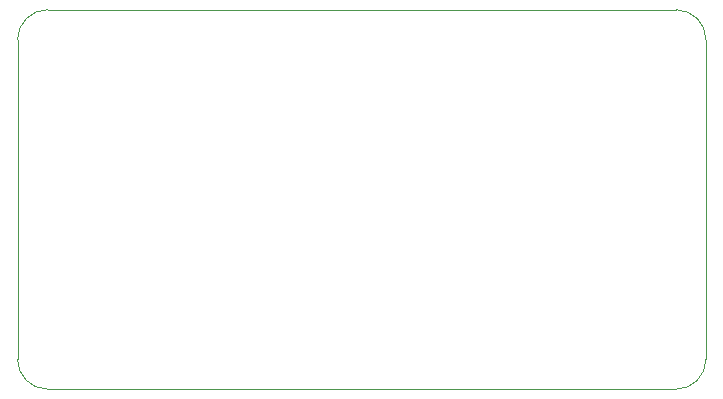
<source format=gm1>
G04 #@! TF.GenerationSoftware,KiCad,Pcbnew,(5.1.8)-1*
G04 #@! TF.CreationDate,2021-12-09T12:47:02+01:00*
G04 #@! TF.ProjectId,Prototyp,50726f74-6f74-4797-902e-6b696361645f,rev?*
G04 #@! TF.SameCoordinates,Original*
G04 #@! TF.FileFunction,Profile,NP*
%FSLAX46Y46*%
G04 Gerber Fmt 4.6, Leading zero omitted, Abs format (unit mm)*
G04 Created by KiCad (PCBNEW (5.1.8)-1) date 2021-12-09 12:47:02*
%MOMM*%
%LPD*%
G01*
G04 APERTURE LIST*
G04 #@! TA.AperFunction,Profile*
%ADD10C,0.050000*%
G04 #@! TD*
G04 APERTURE END LIST*
D10*
X190627000Y-132080000D02*
G75*
G02*
X188087000Y-129540000I0J2540000D01*
G01*
X188087000Y-102489000D02*
G75*
G02*
X190627000Y-99949000I2540000J0D01*
G01*
X246380000Y-129540000D02*
G75*
G02*
X243840000Y-132080000I-2540000J0D01*
G01*
X243840000Y-99949000D02*
G75*
G02*
X246380000Y-102489000I0J-2540000D01*
G01*
X188087000Y-102489000D02*
X188087000Y-129540000D01*
X190627000Y-99949000D02*
X243840000Y-99949000D01*
X246380000Y-129540000D02*
X246380000Y-102489000D01*
X190627000Y-132080000D02*
X243840000Y-132080000D01*
M02*

</source>
